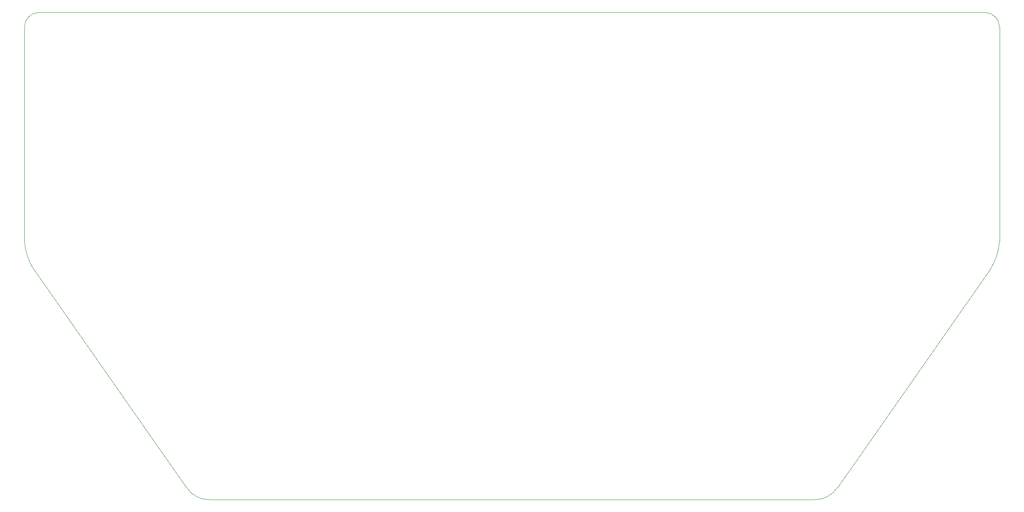
<source format=gbr>
%TF.GenerationSoftware,KiCad,Pcbnew,8.0.4*%
%TF.CreationDate,2024-07-25T01:56:05+08:00*%
%TF.ProjectId,PH-AC,50482d41-432e-46b6-9963-61645f706362,rev?*%
%TF.SameCoordinates,PX405f7e0PY328b740*%
%TF.FileFunction,Profile,NP*%
%FSLAX46Y46*%
G04 Gerber Fmt 4.6, Leading zero omitted, Abs format (unit mm)*
G04 Created by KiCad (PCBNEW 8.0.4) date 2024-07-25 01:56:05*
%MOMM*%
%LPD*%
G01*
G04 APERTURE LIST*
%TA.AperFunction,Profile*%
%ADD10C,0.050000*%
%TD*%
G04 APERTURE END LIST*
D10*
X198279613Y-52457695D02*
X166720386Y-97542304D01*
X3000000Y0D02*
X197000000Y0D01*
X2Y-47000000D02*
X0Y-3000000D01*
X38000000Y-99999999D02*
G75*
G02*
X33279624Y-97542297I-177200J5421599D01*
G01*
X1720388Y-52457695D02*
G75*
G02*
X-17Y-47000001I10561612J6329295D01*
G01*
X0Y-3000000D02*
G75*
G02*
X3000000Y0I3000000J0D01*
G01*
X197000000Y0D02*
G75*
G02*
X200000000Y-3000000I0J-3000000D01*
G01*
X162000000Y-99999999D02*
X38000000Y-99999999D01*
X199999999Y-47000000D02*
G75*
G02*
X198279597Y-52457685I-12281999J871600D01*
G01*
X33279614Y-97542304D02*
X1720388Y-52457695D01*
X200000000Y-3000000D02*
X199999999Y-47000000D01*
X166720386Y-97542304D02*
G75*
G02*
X162000000Y-100000011I-4543186J2963904D01*
G01*
M02*

</source>
